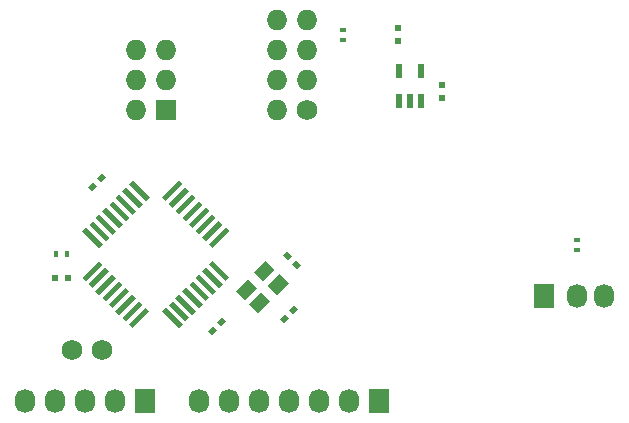
<source format=gts>
%FSLAX46Y46*%
G04 Gerber Fmt 4.6, Leading zero omitted, Abs format (unit mm)*
G04 Created by KiCad (PCBNEW (2014-10-27 BZR 5228)-product) date 2/24/2015 9:22:20 PM*
%MOMM*%
G01*
G04 APERTURE LIST*
%ADD10C,0.100000*%
%ADD11C,1.750000*%
%ADD12R,0.500000X0.600000*%
%ADD13R,0.600000X0.500000*%
%ADD14R,1.727200X2.032000*%
%ADD15O,1.727200X2.032000*%
%ADD16R,1.727200X1.727200*%
%ADD17O,1.727200X1.727200*%
%ADD18R,0.400000X0.600000*%
%ADD19R,0.600000X0.400000*%
%ADD20R,0.548640X1.198880*%
%ADD21C,1.727200*%
G04 APERTURE END LIST*
D10*
D11*
X8255000Y-30480000D03*
D12*
X39624000Y-8086000D03*
X39624000Y-9186000D03*
D13*
X7916000Y-24384000D03*
X6816000Y-24384000D03*
D10*
G36*
X20998264Y-27670182D02*
X21351818Y-28023736D01*
X20927554Y-28448000D01*
X20574000Y-28094446D01*
X20998264Y-27670182D01*
X20998264Y-27670182D01*
G37*
G36*
X20220446Y-28448000D02*
X20574000Y-28801554D01*
X20149736Y-29225818D01*
X19796182Y-28872264D01*
X20220446Y-28448000D01*
X20220446Y-28448000D01*
G37*
G36*
X10838264Y-15478182D02*
X11191818Y-15831736D01*
X10767554Y-16256000D01*
X10414000Y-15902446D01*
X10838264Y-15478182D01*
X10838264Y-15478182D01*
G37*
G36*
X10060446Y-16256000D02*
X10414000Y-16609554D01*
X9989736Y-17033818D01*
X9636182Y-16680264D01*
X10060446Y-16256000D01*
X10060446Y-16256000D01*
G37*
D12*
X35877500Y-3260000D03*
X35877500Y-4360000D03*
D10*
G36*
X27094264Y-26654182D02*
X27447818Y-27007736D01*
X27023554Y-27432000D01*
X26670000Y-27078446D01*
X27094264Y-26654182D01*
X27094264Y-26654182D01*
G37*
G36*
X26316446Y-27432000D02*
X26670000Y-27785554D01*
X26245736Y-28209818D01*
X25892182Y-27856264D01*
X26316446Y-27432000D01*
X26316446Y-27432000D01*
G37*
G36*
X27701818Y-23284264D02*
X27348264Y-23637818D01*
X26924000Y-23213554D01*
X27277554Y-22860000D01*
X27701818Y-23284264D01*
X27701818Y-23284264D01*
G37*
G36*
X26924000Y-22506446D02*
X26570446Y-22860000D01*
X26146182Y-22435736D01*
X26499736Y-22082182D01*
X26924000Y-22506446D01*
X26924000Y-22506446D01*
G37*
D14*
X48260000Y-25908000D03*
D15*
X51054000Y-25908000D03*
X53340000Y-25908000D03*
D10*
G36*
X21601094Y-24342025D02*
X21283193Y-24659926D01*
X19869700Y-23246433D01*
X20187601Y-22928532D01*
X21601094Y-24342025D01*
X21601094Y-24342025D01*
G37*
G36*
X21035338Y-24907781D02*
X20717437Y-25225682D01*
X19303944Y-23812189D01*
X19621845Y-23494288D01*
X21035338Y-24907781D01*
X21035338Y-24907781D01*
G37*
G36*
X20469582Y-25473537D02*
X20151681Y-25791438D01*
X18738188Y-24377945D01*
X19056089Y-24060044D01*
X20469582Y-25473537D01*
X20469582Y-25473537D01*
G37*
G36*
X19903826Y-26039294D02*
X19585925Y-26357195D01*
X18172432Y-24943702D01*
X18490333Y-24625801D01*
X19903826Y-26039294D01*
X19903826Y-26039294D01*
G37*
G36*
X19338070Y-26605050D02*
X19020169Y-26922951D01*
X17606676Y-25509458D01*
X17924577Y-25191557D01*
X19338070Y-26605050D01*
X19338070Y-26605050D01*
G37*
G36*
X18772313Y-27170806D02*
X18454412Y-27488707D01*
X17040919Y-26075214D01*
X17358820Y-25757313D01*
X18772313Y-27170806D01*
X18772313Y-27170806D01*
G37*
G36*
X18206557Y-27736562D02*
X17888656Y-28054463D01*
X16475163Y-26640970D01*
X16793064Y-26323069D01*
X18206557Y-27736562D01*
X18206557Y-27736562D01*
G37*
G36*
X17640801Y-28302318D02*
X17322900Y-28620219D01*
X15909407Y-27206726D01*
X16227308Y-26888825D01*
X17640801Y-28302318D01*
X17640801Y-28302318D01*
G37*
G36*
X10880464Y-21534797D02*
X10562563Y-21852698D01*
X9149070Y-20439205D01*
X9466971Y-20121304D01*
X10880464Y-21534797D01*
X10880464Y-21534797D01*
G37*
G36*
X14849738Y-17565524D02*
X14531837Y-17883425D01*
X13118344Y-16469932D01*
X13436245Y-16152031D01*
X14849738Y-17565524D01*
X14849738Y-17565524D01*
G37*
G36*
X14275001Y-18140260D02*
X13957100Y-18458161D01*
X12543607Y-17044668D01*
X12861508Y-16726767D01*
X14275001Y-18140260D01*
X14275001Y-18140260D01*
G37*
G36*
X13700265Y-18714997D02*
X13382364Y-19032898D01*
X11968871Y-17619405D01*
X12286772Y-17301504D01*
X13700265Y-18714997D01*
X13700265Y-18714997D01*
G37*
G36*
X13143489Y-19271773D02*
X12825588Y-19589674D01*
X11412095Y-18176181D01*
X11729996Y-17858280D01*
X13143489Y-19271773D01*
X13143489Y-19271773D01*
G37*
G36*
X12568753Y-19846509D02*
X12250852Y-20164410D01*
X10837359Y-18750917D01*
X11155260Y-18433016D01*
X12568753Y-19846509D01*
X12568753Y-19846509D01*
G37*
G36*
X12011977Y-20403285D02*
X11694076Y-20721186D01*
X10280583Y-19307693D01*
X10598484Y-18989792D01*
X12011977Y-20403285D01*
X12011977Y-20403285D01*
G37*
G36*
X11437240Y-20978021D02*
X11119339Y-21295922D01*
X9705846Y-19882429D01*
X10023747Y-19564528D01*
X11437240Y-20978021D01*
X11437240Y-20978021D01*
G37*
G36*
X14817409Y-27213910D02*
X13403916Y-28627403D01*
X13086015Y-28309502D01*
X14499508Y-26896009D01*
X14817409Y-27213910D01*
X14817409Y-27213910D01*
G37*
G36*
X14253449Y-26649950D02*
X12839956Y-28063443D01*
X12522055Y-27745542D01*
X13935548Y-26332049D01*
X14253449Y-26649950D01*
X14253449Y-26649950D01*
G37*
G36*
X13685896Y-26082398D02*
X12272403Y-27495891D01*
X11954502Y-27177990D01*
X13367995Y-25764497D01*
X13685896Y-26082398D01*
X13685896Y-26082398D01*
G37*
G36*
X13121936Y-25518438D02*
X11708443Y-26931931D01*
X11390542Y-26614030D01*
X12804035Y-25200537D01*
X13121936Y-25518438D01*
X13121936Y-25518438D01*
G37*
G36*
X12554384Y-24950886D02*
X11140891Y-26364379D01*
X10822990Y-26046478D01*
X12236483Y-24632985D01*
X12554384Y-24950886D01*
X12554384Y-24950886D01*
G37*
G36*
X11990424Y-24386926D02*
X10576931Y-25800419D01*
X10259030Y-25482518D01*
X11672523Y-24069025D01*
X11990424Y-24386926D01*
X11990424Y-24386926D01*
G37*
G36*
X11422872Y-23819373D02*
X10009379Y-25232866D01*
X9691478Y-24914965D01*
X11104971Y-23501472D01*
X11422872Y-23819373D01*
X11422872Y-23819373D01*
G37*
G36*
X10858912Y-23255413D02*
X9445419Y-24668906D01*
X9127518Y-24351005D01*
X10541011Y-22937512D01*
X10858912Y-23255413D01*
X10858912Y-23255413D01*
G37*
G36*
X21602890Y-20421245D02*
X20189397Y-21834738D01*
X19871496Y-21516837D01*
X21284989Y-20103344D01*
X21602890Y-20421245D01*
X21602890Y-20421245D01*
G37*
G36*
X21046114Y-19864469D02*
X19632621Y-21277962D01*
X19314720Y-20960061D01*
X20728213Y-19546568D01*
X21046114Y-19864469D01*
X21046114Y-19864469D01*
G37*
G36*
X20471378Y-19289732D02*
X19057885Y-20703225D01*
X18739984Y-20385324D01*
X20153477Y-18971831D01*
X20471378Y-19289732D01*
X20471378Y-19289732D01*
G37*
G36*
X19914602Y-18732956D02*
X18501109Y-20146449D01*
X18183208Y-19828548D01*
X19596701Y-18415055D01*
X19914602Y-18732956D01*
X19914602Y-18732956D01*
G37*
G36*
X19357826Y-18176181D02*
X17944333Y-19589674D01*
X17626432Y-19271773D01*
X19039925Y-17858280D01*
X19357826Y-18176181D01*
X19357826Y-18176181D01*
G37*
G36*
X18783090Y-17601444D02*
X17369597Y-19014937D01*
X17051696Y-18697036D01*
X18465189Y-17283543D01*
X18783090Y-17601444D01*
X18783090Y-17601444D01*
G37*
G36*
X18208353Y-17026708D02*
X16794860Y-18440201D01*
X16476959Y-18122300D01*
X17890452Y-16708807D01*
X18208353Y-17026708D01*
X18208353Y-17026708D01*
G37*
G36*
X17633617Y-16451971D02*
X16220124Y-17865464D01*
X15902223Y-17547563D01*
X17315716Y-16134070D01*
X17633617Y-16451971D01*
X17633617Y-16451971D01*
G37*
D14*
X14478000Y-34798000D03*
D15*
X11938000Y-34798000D03*
X9398000Y-34798000D03*
X6858000Y-34798000D03*
X4318000Y-34798000D03*
D14*
X34290000Y-34798000D03*
D15*
X31750000Y-34798000D03*
X29210000Y-34798000D03*
X26670000Y-34798000D03*
X24130000Y-34798000D03*
X21590000Y-34798000D03*
X19050000Y-34798000D03*
D16*
X16256000Y-10160000D03*
D17*
X13716000Y-10160000D03*
X16256000Y-7620000D03*
X13716000Y-7620000D03*
X16256000Y-5080000D03*
X13716000Y-5080000D03*
D18*
X7816000Y-22352000D03*
X6916000Y-22352000D03*
D19*
X31242000Y-3360000D03*
X31242000Y-4260000D03*
X51054000Y-22040000D03*
X51054000Y-21140000D03*
D20*
X35943540Y-9425940D03*
X36893500Y-9425940D03*
X37843460Y-9425940D03*
X37843460Y-6830060D03*
X35943540Y-6830060D03*
D10*
G36*
X25621437Y-25817751D02*
X24843620Y-25039934D01*
X25833569Y-24049985D01*
X26611386Y-24827802D01*
X25621437Y-25817751D01*
X25621437Y-25817751D01*
G37*
G36*
X24490066Y-24686380D02*
X23712249Y-23908563D01*
X24702198Y-22918614D01*
X25480015Y-23696431D01*
X24490066Y-24686380D01*
X24490066Y-24686380D01*
G37*
G36*
X22934431Y-26242015D02*
X22156614Y-25464198D01*
X23146563Y-24474249D01*
X23924380Y-25252066D01*
X22934431Y-26242015D01*
X22934431Y-26242015D01*
G37*
G36*
X24065802Y-27373386D02*
X23287985Y-26595569D01*
X24277934Y-25605620D01*
X25055751Y-26383437D01*
X24065802Y-27373386D01*
X24065802Y-27373386D01*
G37*
D21*
X28194000Y-10160000D03*
D17*
X25654000Y-10160000D03*
X28194000Y-7620000D03*
X25654000Y-7620000D03*
X28194000Y-5080000D03*
X25654000Y-5080000D03*
X28194000Y-2540000D03*
X25654000Y-2540000D03*
D11*
X10795000Y-30480000D03*
M02*

</source>
